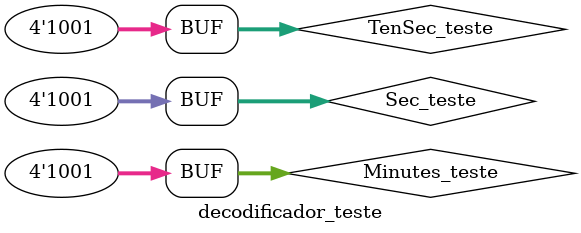
<source format=v>
`timescale 1ns/1ns
`include "decodificador.v"

module decodificador_teste;

    reg [3:0] Minutes_teste, TenSec_teste, Sec_teste;
  	wire [6:0] OutMinutes_teste, OutDezena_TB, OutSec_teste;

  	decodificador DUT(.Minutes(Minutes_teste), .TenSec(TenSec_teste), .Sec(Sec_teste), .OutMinutes(OutMinutes_teste), .OutTen(OutDezena_TB), .OutSec(OutSec_teste));

    initial
        begin
            $dumpfile("result.vcd");
            $dumpvars(0, decodificador_teste);

            Minutes_teste=4'b0000; TenSec_teste=4'b0000; Sec_teste=4'b0000;  
            #10  Minutes_teste=4'b0001; TenSec_teste=4'b0001; Sec_teste=4'b0001; 
         	  #10  Minutes_teste=4'b0010; TenSec_teste=4'b0010; Sec_teste=4'b0010;
            #10  Minutes_teste=4'b0011; TenSec_teste=4'b0011; Sec_teste=4'b0011;
            #10  Minutes_teste=4'b0100; TenSec_teste=4'b0100; Sec_teste=4'b0100;
            #10  Minutes_teste=4'b0101; TenSec_teste=4'b0101; Sec_teste=4'b0101;
          	#10  Minutes_teste=4'b0110; TenSec_teste=4'b0110; Sec_teste=4'b0110;
            #10  Minutes_teste=4'b0111; TenSec_teste=4'b0111; Sec_teste=4'b0111;
          	#10  Minutes_teste=4'b1000; TenSec_teste=4'b1000; Sec_teste=4'b1000;
            #10  Minutes_teste=4'b1001; TenSec_teste=4'b1001; Sec_teste=4'b1001;    
        end
endmodule
</source>
